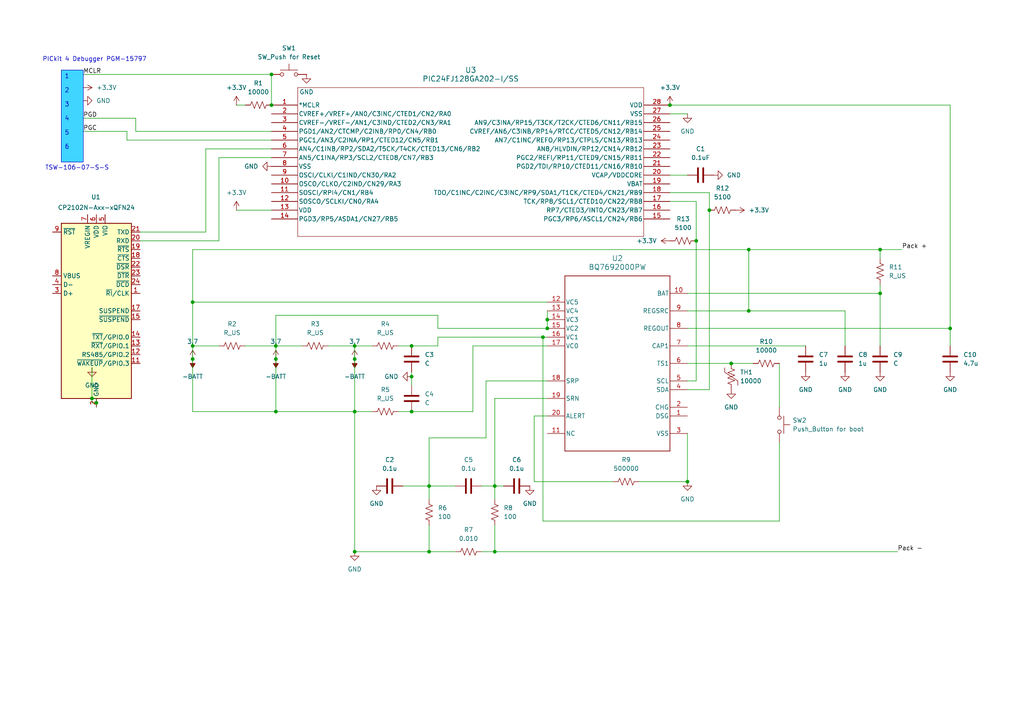
<source format=kicad_sch>
(kicad_sch (version 20231120) (generator "eeschema") (generator_version "8.0")
  (paper "A4")
  (title_block (title "BMS with PIC24 and BQ76920"))
  (lib_symbols
    (symbol "BMM:BQ7692000PW" (pin_names (offset 0.254))
      (property "Reference" "U" (at 0 2.54 0))
      (property "Value" "BQ7692000PW" (at 0 0 0))
      (symbol "BQ7692000PW_0_1"
        (polyline (pts (xy -15.24 -25.4) (xy 15.24 -25.4)) (stroke (width 0.2032)))
        (polyline (pts (xy -15.24 25.4) (xy -15.24 -25.4)) (stroke (width 0.2032)))
        (polyline (pts (xy 15.24 -25.4) (xy 15.24 25.4)) (stroke (width 0.2032)))
        (polyline (pts (xy 15.24 25.4) (xy -15.24 25.4)) (stroke (width 0.2032)))
        (pin output line (at 20.32 -15.24 180) (length 5.08) (name "DSG") (number "1"))
        (pin power_in line (at 20.32 20.32 180) (length 5.08) (name "BAT") (number "10"))
        (pin unspecified line (at -20.32 -20.32 0) (length 5.08) (name "NC") (number "11"))
        (pin input line (at -20.32 17.78 0) (length 5.08) (name "VC5") (number "12"))
        (pin input line (at -20.32 15.24 0) (length 5.08) (name "VC4") (number "13"))
        (pin input line (at -20.32 12.7 0) (length 5.08) (name "VC3") (number "14"))
        (pin input line (at -20.32 10.16 0) (length 5.08) (name "VC2") (number "15"))
        (pin input line (at -20.32 7.62 0) (length 5.08) (name "VC1") (number "16"))
        (pin input line (at -20.32 5.08 0) (length 5.08) (name "VC0") (number "17"))
        (pin input line (at -20.32 -5.08 0) (length 5.08) (name "SRP") (number "18"))
        (pin input line (at -20.32 -10.16 0) (length 5.08) (name "SRN") (number "19"))
        (pin output line (at 20.32 -12.7 180) (length 5.08) (name "CHG") (number "2"))
        (pin bidirectional line (at -20.32 -15.24 0) (length 5.08) (name "ALERT") (number "20"))
        (pin power_in line (at 20.32 -20.32 180) (length 5.08) (name "VSS") (number "3"))
        (pin bidirectional line (at 20.32 -7.62 180) (length 5.08) (name "SDA") (number "4"))
        (pin input line (at 20.32 -5.08 180) (length 5.08) (name "SCL") (number "5"))
        (pin input line (at 20.32 0 180) (length 5.08) (name "TS1") (number "6"))
        (pin output line (at 20.32 5.08 180) (length 5.08) (name "CAP1") (number "7"))
        (pin power_in line (at 20.32 10.16 180) (length 5.08) (name "REGOUT") (number "8"))
        (pin power_in line (at 20.32 15.24 180) (length 5.08) (name "REGSRC") (number "9"))
      )
    )
    (symbol "Device:C" (pin_numbers hide) (pin_names (offset 0.254))
      (property "Reference" "C" (at 0.635 2.54 0))
      (property "Value" "C" (at 0.635 -2.54 0))
      (symbol "C_0_1"
        (polyline (pts (xy -2.032 -0.762) (xy 2.032 -0.762)) (stroke (width 0.508)))
        (polyline (pts (xy -2.032 0.762) (xy 2.032 0.762)) (stroke (width 0.508)))
      )
      (symbol "C_1_1"
        (pin passive line (at 0 3.81 270) (length 2.794) (name "~") (number "1"))
        (pin passive line (at 0 -3.81 90) (length 2.794) (name "~") (number "2"))
      )
    )
    (symbol "Device:R_US" (pin_numbers hide) (pin_names (offset 0))
      (property "Reference" "R" (at 2.54 0 90))
      (property "Value" "R_US" (at -2.54 0 90))
      (symbol "R_US_0_1"
        (polyline (pts (xy 0 -2.286) (xy 0 -2.54)))
        (polyline (pts (xy 0 2.286) (xy 0 2.54)))
        (polyline (pts (xy 0 -0.762) (xy 1.016 -1.143) (xy 0 -1.524) (xy -1.016 -1.905) (xy 0 -2.286)))
        (polyline (pts (xy 0 0.762) (xy 1.016 0.381) (xy 0 0) (xy -1.016 -0.381) (xy 0 -0.762)))
        (polyline (pts (xy 0 2.286) (xy 1.016 1.905) (xy 0 1.524) (xy -1.016 1.143) (xy 0 0.762)))
      )
      (symbol "R_US_1_1"
        (pin passive line (at 0 3.81 270) (length 1.27) (name "~") (number "1"))
        (pin passive line (at 0 -3.81 90) (length 1.27) (name "~") (number "2"))
      )
    )
    (symbol "Device:Thermistor_US" (pin_numbers hide) (pin_names (offset 0))
      (property "Reference" "TH" (at 2.54 1.27 90))
      (property "Value" "Thermistor_US" (at -2.54 0 90))
      (symbol "Thermistor_US_0_1"
        (polyline (pts (xy 0 -2.286) (xy 0 -2.54)))
        (polyline (pts (xy 0 2.286) (xy 0 2.54)))
        (polyline (pts (xy 1.905 -1.27) (xy 1.905 -2.54)))
        (polyline (pts (xy -1.905 2.54) (xy -1.905 1.27) (xy 1.905 -1.27)))
        (polyline (pts (xy 0 -0.762) (xy 1.016 -1.143) (xy 0 -1.524) (xy -1.016 -1.905) (xy 0 -2.286)))
        (polyline (pts (xy 0 0.762) (xy 1.016 0.381) (xy 0 0) (xy -1.016 -0.381) (xy 0 -0.762)))
        (polyline (pts (xy 0 2.286) (xy 1.016 1.905) (xy 0 1.524) (xy -1.016 1.143) (xy 0 0.762)))
      )
      (symbol "Thermistor_US_1_1"
        (pin passive line (at 0 3.81 270) (length 1.27) (name "~") (number "1"))
        (pin passive line (at 0 -3.81 90) (length 1.27) (name "~") (number "2"))
      )
    )
    (symbol "Interface_USB:CP2102N-Axx-xQFN24"
      (property "Reference" "U" (at -8.89 26.67 0))
      (property "Value" "CP2102N-Axx-xQFN24" (at 13.97 26.67 0))
      (symbol "CP2102N-Axx-xQFN24_0_1"
        (rectangle (start -10.16 25.4) (end 10.16 -25.4) (stroke (width 0.254)) (fill (type background)))
      )
      (symbol "CP2102N-Axx-xQFN24_1_1"
        (pin bidirectional line (at 12.7 5.08 180) (length 2.54) (name "~{RI}/CLK") (number "1"))
        (pin no_connect line (at -10.16 -22.86 0) (length 2.54) hide (name "NC") (number "10"))
        (pin bidirectional line (at 12.7 -15.24 180) (length 2.54) (name "~{WAKEUP}/GPIO.3") (number "11"))
        (pin bidirectional line (at 12.7 -12.7 180) (length 2.54) (name "RS485/GPIO.2") (number "12"))
        (pin bidirectional line (at 12.7 -10.16 180) (length 2.54) (name "~{RXT}/GPIO.1") (number "13"))
        (pin bidirectional line (at 12.7 -7.62 180) (length 2.54) (name "~{TXT}/GPIO.0") (number "14"))
        (pin output line (at 12.7 -2.54 180) (length 2.54) (name "~{SUSPEND}") (number "15"))
        (pin no_connect line (at 10.16 -22.86 180) (length 2.54) hide (name "NC") (number "16"))
        (pin output line (at 12.7 0 180) (length 2.54) (name "SUSPEND") (number "17"))
        (pin input line (at 12.7 15.24 180) (length 2.54) (name "~{CTS}") (number "18"))
        (pin output line (at 12.7 17.78 180) (length 2.54) (name "~{RTS}") (number "19"))
        (pin power_in line (at 0 -27.94 90) (length 2.54) (name "GND") (number "2"))
        (pin input line (at 12.7 20.32 180) (length 2.54) (name "RXD") (number "20"))
        (pin output line (at 12.7 22.86 180) (length 2.54) (name "TXD") (number "21"))
        (pin input line (at 12.7 12.7 180) (length 2.54) (name "~{DSR}") (number "22"))
        (pin output line (at 12.7 10.16 180) (length 2.54) (name "~{DTR}") (number "23"))
        (pin input line (at 12.7 7.62 180) (length 2.54) (name "~{DCD}") (number "24"))
        (pin passive line (at 0 -27.94 90) (length 2.54) hide (name "GND") (number "25"))
        (pin bidirectional line (at -12.7 5.08 0) (length 2.54) (name "D+") (number "3"))
        (pin bidirectional line (at -12.7 7.62 0) (length 2.54) (name "D-") (number "4"))
        (pin power_in line (at 2.54 27.94 270) (length 2.54) (name "VIO") (number "5"))
        (pin power_in line (at 0 27.94 270) (length 2.54) (name "VDD") (number "6"))
        (pin power_in line (at -2.54 27.94 270) (length 2.54) (name "VREGIN") (number "7"))
        (pin input line (at -12.7 10.16 0) (length 2.54) (name "VBUS") (number "8"))
        (pin input line (at -12.7 22.86 0) (length 2.54) (name "~{RST}") (number "9"))
      )
    )
    (symbol "PIC24_Small:PIC24FJ128GA202-I_SS" (pin_names (offset 0.254))
      (property "Reference" "U" (at 111.76 10.16 0))
      (property "Value" "PIC24FJ128GA202-I/SS" (at 111.76 7.62 0))
      (symbol "PIC24FJ128GA202-I_SS_0_1"
        (polyline (pts (xy 7.62 -38.1) (xy 107.95 -38.1)) (stroke (width 0.127)))
        (polyline (pts (xy 7.62 5.08) (xy 7.62 -38.1)) (stroke (width 0.127)))
        (polyline (pts (xy 107.95 -38.1) (xy 107.95 5.08)) (stroke (width 0.127)))
        (polyline (pts (xy 107.95 5.08) (xy 7.62 5.08)) (stroke (width 0.127)))
        (pin bidirectional line (at 0 0 0) (length 7.62) (name "*MCLR") (number "1"))
        (pin bidirectional line (at 0 -22.86 0) (length 7.62) (name "OSCO/CLKO/C2IND/CN29/RA3") (number "10"))
        (pin bidirectional line (at 0 -25.4 0) (length 7.62) (name "SOSCI/RPI4/CN1/RB4") (number "11"))
        (pin bidirectional line (at 0 -27.94 0) (length 7.62) (name "SOSCO/SCLKI/CN0/RA4") (number "12"))
        (pin power_in line (at 0 -30.48 0) (length 7.62) (name "VDD") (number "13"))
        (pin bidirectional line (at 0 -33.02 0) (length 7.62) (name "PGD3/RP5/ASDA1/CN27/RB5") (number "14"))
        (pin bidirectional line (at 115.57 -33.02 180) (length 7.62) (name "PGC3/RP6/ASCL1/CN24/RB6") (number "15"))
        (pin bidirectional line (at 115.57 -30.48 180) (length 7.62) (name "RP7/CTED3/INT0/CN23/RB7") (number "16"))
        (pin bidirectional line (at 115.57 -27.94 180) (length 7.62) (name "TCK/RP8/SCL1/CTED10/CN22/RB8") (number "17"))
        (pin bidirectional line (at 115.57 -25.4 180) (length 7.62) (name "TDO/C1INC/C2INC/C3INC/RP9/SDA1/T1CK/CTED4/CN21/RB9") (number "18"))
        (pin power_in line (at 115.57 -22.86 180) (length 7.62) (name "VBAT") (number "19"))
        (pin bidirectional line (at 0 -2.54 0) (length 7.62) (name "CVREF+/VREF+/AN0/C3INC/CTED1/CN2/RA0") (number "2"))
        (pin power_in line (at 115.57 -20.32 180) (length 7.62) (name "VCAP/VDDCORE") (number "20"))
        (pin bidirectional line (at 115.57 -17.78 180) (length 7.62) (name "PGD2/TDI/RP10/CTED11/CN16/RB10") (number "21"))
        (pin bidirectional line (at 115.57 -15.24 180) (length 7.62) (name "PGC2/REFI/RP11/CTED9/CN15/RB11") (number "22"))
        (pin bidirectional line (at 115.57 -12.7 180) (length 7.62) (name "AN8/HLVDIN/RP12/CN14/RB12") (number "23"))
        (pin bidirectional line (at 115.57 -10.16 180) (length 7.62) (name "AN7/C1INC/REFO/RP13/CTPLS/CN13/RB13") (number "24"))
        (pin bidirectional line (at 115.57 -7.62 180) (length 7.62) (name "CVREF/AN6/C3INB/RP14/RTCC/CTED5/CN12/RB14") (number "25"))
        (pin bidirectional line (at 115.57 -5.08 180) (length 7.62) (name "AN9/C3INA/RP15/T3CK/T2CK/CTED6/CN11/RB15") (number "26"))
        (pin power_out line (at 115.57 -2.54 180) (length 7.62) (name "VSS") (number "27"))
        (pin power_in line (at 115.57 0 180) (length 7.62) (name "VDD") (number "28"))
        (pin bidirectional line (at 0 -5.08 0) (length 7.62) (name "CVREF-/VREF-/AN1/C3IND/CTED2/CN3/RA1") (number "3"))
        (pin bidirectional line (at 0 -7.62 0) (length 7.62) (name "PGD1/AN2/CTCMP/C2INB/RP0/CN4/RB0") (number "4"))
        (pin bidirectional line (at 0 -10.16 0) (length 7.62) (name "PGC1/AN3/C2INA/RP1/CTED12/CN5/RB1") (number "5"))
        (pin bidirectional line (at 0 -12.7 0) (length 7.62) (name "AN4/C1INB/RP2/SDA2/T5CK/T4CK/CTED13/CN6/RB2") (number "6"))
        (pin bidirectional line (at 0 -15.24 0) (length 7.62) (name "AN5/C1INA/RP3/SCL2/CTED8/CN7/RB3") (number "7"))
        (pin power_out line (at 0 -17.78 0) (length 7.62) (name "VSS") (number "8"))
        (pin bidirectional line (at 0 -20.32 0) (length 7.62) (name "OSCI/CLKI/C1IND/CN30/RA2") (number "9"))
      )
    )
    (symbol "Switch:SW_Push" (pin_numbers hide) (pin_names (offset 1.016) hide)
      (property "Reference" "SW" (at 1.27 2.54 0))
      (property "Value" "SW_Push" (at 0 -1.524 0))
      (symbol "SW_Push_0_1"
        (circle (center -2.032 0) (radius 0.508))
        (polyline (pts (xy 0 1.27) (xy 0 3.048)))
        (polyline (pts (xy 2.54 1.27) (xy -2.54 1.27)))
        (circle (center 2.032 0) (radius 0.508))
        (pin passive line (at -5.08 0 0) (length 2.54) (name "1") (number "1"))
        (pin passive line (at 5.08 0 180) (length 2.54) (name "2") (number "2"))
      )
    )
    (symbol "power:+3.3V" (power) (pin_numbers hide) (pin_names (offset 0) hide)
      (property "Value" "+3.3V" (at 0 3.556 0))
      (symbol "+3.3V_0_1"
        (polyline (pts (xy -0.762 1.27) (xy 0 2.54)))
        (polyline (pts (xy 0 0) (xy 0 2.54)))
        (polyline (pts (xy 0 2.54) (xy 0.762 1.27)))
      )
      (symbol "+3.3V_1_1"
        (pin power_in line (at 0 0 90) (length 0) (name "~") (number "1"))
      )
    )
    (symbol "power:+BATT" (power) (pin_numbers hide) (pin_names (offset 0) hide)
      (property "Value" "+BATT" (at 0 3.556 0))
      (symbol "+BATT_0_1"
        (polyline (pts (xy -0.762 1.27) (xy 0 2.54)))
        (polyline (pts (xy 0 0) (xy 0 2.54)))
        (polyline (pts (xy 0 2.54) (xy 0.762 1.27)))
      )
      (symbol "+BATT_1_1"
        (pin power_in line (at 0 0 90) (length 0) (name "~") (number "1"))
      )
    )
    (symbol "power:-BATT" (power) (pin_numbers hide) (pin_names (offset 0) hide)
      (property "Value" "-BATT" (at 0 3.556 0))
      (symbol "-BATT_0_1"
        (polyline (pts (xy 0 0) (xy 0 2.54)))
        (polyline (pts (xy 0.762 1.27) (xy -0.762 1.27) (xy 0 2.54) (xy 0.762 1.27)) (fill (type outline)))
      )
      (symbol "-BATT_1_1"
        (pin power_in line (at 0 0 90) (length 0) (name "~") (number "1"))
      )
    )
    (symbol "power:GND" (power) (pin_numbers hide) (pin_names (offset 0) hide)
      (property "Value" "GND" (at 0 -3.81 0))
      (symbol "GND_0_1"
        (polyline (pts (xy 0 0) (xy 0 -1.27) (xy 1.27 -1.27) (xy 0 -2.54) (xy -1.27 -1.27) (xy 0 -1.27)))
      )
      (symbol "GND_1_1"
        (pin power_in line (at 0 0 270) (length 0) (name "~") (number "1"))
      )
    )
  )
  (junction (at 143.51 160.02))
  (junction (at 212.09 105.41))
  (junction (at 27.94 116.84))
  (junction (at 80.01 119.38))
  (junction (at 80.01 104.14))
  (junction (at 26.67 115.57))
  (junction (at 119.38 100.33))
  (junction (at 143.51 140.97))
  (junction (at 158.75 95.25))
  (junction (at 55.88 104.14))
  (junction (at 205.74 60.96))
  (junction (at 102.87 160.02))
  (junction (at 157.48 97.79))
  (junction (at 124.46 160.02))
  (junction (at 119.38 109.22))
  (junction (at 275.59 95.25))
  (junction (at 102.87 104.14))
  (junction (at 217.17 90.17))
  (junction (at 102.87 119.38))
  (junction (at 78.74 30.48))
  (junction (at 55.88 87.63))
  (junction (at 124.46 140.97))
  (junction (at 119.38 119.38))
  (junction (at 194.31 30.48))
  (junction (at 255.27 85.09))
  (junction (at 78.74 21.59))
  (junction (at 199.39 139.7))
  (junction (at 255.27 72.39))
  (junction (at 158.75 92.71))
  (junction (at 201.93 69.85))
  (junction (at 217.17 72.39))
  (junction (at 102.87 100.33))
  (junction (at 55.88 100.33))
  (junction (at 80.01 100.33))
  (wire (pts (xy 143.51 160.02) (xy 260.35 160.02)))
  (wire (pts (xy 132.08 160.02) (xy 124.46 160.02)))
  (wire (pts (xy 201.93 110.49) (xy 201.93 69.85)))
  (wire (pts (xy 185.42 139.7) (xy 199.39 139.7)))
  (wire (pts (xy 102.87 100.33) (xy 102.87 104.14)))
  (wire (pts (xy 116.84 140.97) (xy 124.46 140.97)))
  (wire (pts (xy 55.88 87.63) (xy 55.88 100.33)))
  (wire (pts (xy 24.13 38.1) (xy 36.83 38.1)))
  (wire (pts (xy 194.31 33.02) (xy 199.39 33.02)))
  (wire (pts (xy 205.74 55.88) (xy 194.31 55.88)))
  (wire (pts (xy 199.39 105.41) (xy 212.09 105.41)))
  (wire (pts (xy 226.06 128.27) (xy 226.06 151.13)))
  (wire (pts (xy 199.39 90.17) (xy 217.17 90.17)))
  (wire (pts (xy 27.94 118.11) (xy 27.94 116.84)))
  (wire (pts (xy 137.16 100.33) (xy 158.75 100.33)))
  (wire (pts (xy 157.48 97.79) (xy 127 97.79)))
  (wire (pts (xy 102.87 119.38) (xy 80.01 119.38)))
  (wire (pts (xy 71.12 100.33) (xy 80.01 100.33)))
  (wire (pts (xy 55.88 72.39) (xy 55.88 87.63)))
  (wire (pts (xy 255.27 72.39) (xy 255.27 74.93)))
  (wire (pts (xy 127 100.33) (xy 119.38 100.33)))
  (wire (pts (xy 158.75 87.63) (xy 55.88 87.63)))
  (wire (pts (xy 27.94 116.84) (xy 27.94 115.57)))
  (wire (pts (xy 59.69 67.31) (xy 40.64 67.31)))
  (wire (pts (xy 158.75 95.25) (xy 127 95.25)))
  (wire (pts (xy 27.94 115.57) (xy 26.67 115.57)))
  (wire (pts (xy 158.75 97.79) (xy 157.48 97.79)))
  (wire (pts (xy 154.94 120.65) (xy 154.94 139.7)))
  (wire (pts (xy 124.46 140.97) (xy 132.08 140.97)))
  (wire (pts (xy 199.39 85.09) (xy 255.27 85.09)))
  (wire (pts (xy 59.69 43.18) (xy 59.69 67.31)))
  (wire (pts (xy 80.01 91.44) (xy 80.01 100.33)))
  (wire (pts (xy 194.31 50.8) (xy 199.39 50.8)))
  (wire (pts (xy 115.57 119.38) (xy 119.38 119.38)))
  (wire (pts (xy 102.87 160.02) (xy 124.46 160.02)))
  (wire (pts (xy 143.51 140.97) (xy 146.05 140.97)))
  (wire (pts (xy 68.58 60.96) (xy 78.74 60.96)))
  (wire (pts (xy 199.39 100.33) (xy 233.68 100.33)))
  (wire (pts (xy 27.94 116.84) (xy 26.67 116.84)))
  (wire (pts (xy 55.88 100.33) (xy 63.5 100.33)))
  (wire (pts (xy 63.5 45.72) (xy 63.5 69.85)))
  (wire (pts (xy 107.95 100.33) (xy 102.87 100.33)))
  (wire (pts (xy 205.74 60.96) (xy 205.74 55.88)))
  (wire (pts (xy 137.16 100.33) (xy 137.16 119.38)))
  (wire (pts (xy 36.83 38.1) (xy 36.83 40.64)))
  (wire (pts (xy 205.74 113.03) (xy 205.74 60.96)))
  (wire (pts (xy 78.74 21.59) (xy 78.74 30.48)))
  (wire (pts (xy 158.75 120.65) (xy 154.94 120.65)))
  (wire (pts (xy 157.48 151.13) (xy 157.48 97.79)))
  (wire (pts (xy 115.57 100.33) (xy 119.38 100.33)))
  (wire (pts (xy 80.01 104.14) (xy 80.01 119.38)))
  (wire (pts (xy 55.88 100.33) (xy 55.88 104.14)))
  (wire (pts (xy 245.11 100.33) (xy 245.11 90.17)))
  (wire (pts (xy 107.95 119.38) (xy 102.87 119.38)))
  (wire (pts (xy 275.59 95.25) (xy 275.59 30.48)))
  (wire (pts (xy 275.59 95.25) (xy 275.59 100.33)))
  (wire (pts (xy 158.75 90.17) (xy 158.75 92.71)))
  (wire (pts (xy 217.17 72.39) (xy 217.17 90.17)))
  (wire (pts (xy 80.01 100.33) (xy 80.01 104.14)))
  (wire (pts (xy 201.93 69.85) (xy 201.93 58.42)))
  (wire (pts (xy 201.93 58.42) (xy 194.31 58.42)))
  (wire (pts (xy 39.37 38.1) (xy 39.37 34.29)))
  (wire (pts (xy 158.75 110.49) (xy 140.97 110.49)))
  (wire (pts (xy 124.46 127) (xy 124.46 140.97)))
  (wire (pts (xy 39.37 38.1) (xy 78.74 38.1)))
  (wire (pts (xy 154.94 139.7) (xy 177.8 139.7)))
  (wire (pts (xy 255.27 82.55) (xy 255.27 85.09)))
  (wire (pts (xy 80.01 100.33) (xy 87.63 100.33)))
  (wire (pts (xy 68.58 30.48) (xy 71.12 30.48)))
  (wire (pts (xy 226.06 105.41) (xy 226.06 118.11)))
  (wire (pts (xy 199.39 139.7) (xy 199.39 125.73)))
  (wire (pts (xy 24.13 21.59) (xy 78.74 21.59)))
  (wire (pts (xy 102.87 104.14) (xy 102.87 119.38)))
  (wire (pts (xy 255.27 85.09) (xy 255.27 100.33)))
  (wire (pts (xy 140.97 110.49) (xy 140.97 127)))
  (wire (pts (xy 139.7 140.97) (xy 143.51 140.97)))
  (wire (pts (xy 245.11 90.17) (xy 217.17 90.17)))
  (wire (pts (xy 59.69 43.18) (xy 78.74 43.18)))
  (wire (pts (xy 158.75 92.71) (xy 158.75 95.25)))
  (wire (pts (xy 143.51 160.02) (xy 139.7 160.02)))
  (wire (pts (xy 217.17 72.39) (xy 255.27 72.39)))
  (wire (pts (xy 119.38 109.22) (xy 119.38 111.76)))
  (wire (pts (xy 158.75 115.57) (xy 143.51 115.57)))
  (wire (pts (xy 137.16 119.38) (xy 119.38 119.38)))
  (wire (pts (xy 39.37 34.29) (xy 24.13 34.29)))
  (wire (pts (xy 55.88 72.39) (xy 217.17 72.39)))
  (wire (pts (xy 127 95.25) (xy 127 91.44)))
  (wire (pts (xy 275.59 30.48) (xy 194.31 30.48)))
  (wire (pts (xy 127 91.44) (xy 80.01 91.44)))
  (wire (pts (xy 124.46 152.4) (xy 124.46 160.02)))
  (wire (pts (xy 212.09 105.41) (xy 218.44 105.41)))
  (wire (pts (xy 63.5 69.85) (xy 40.64 69.85)))
  (wire (pts (xy 63.5 45.72) (xy 78.74 45.72)))
  (wire (pts (xy 124.46 140.97) (xy 124.46 144.78)))
  (wire (pts (xy 127 97.79) (xy 127 100.33)))
  (wire (pts (xy 80.01 119.38) (xy 55.88 119.38)))
  (wire (pts (xy 226.06 151.13) (xy 157.48 151.13)))
  (wire (pts (xy 55.88 119.38) (xy 55.88 104.14)))
  (wire (pts (xy 199.39 110.49) (xy 201.93 110.49)))
  (wire (pts (xy 255.27 72.39) (xy 261.62 72.39)))
  (wire (pts (xy 102.87 119.38) (xy 102.87 160.02)))
  (wire (pts (xy 36.83 40.64) (xy 78.74 40.64)))
  (wire (pts (xy 199.39 95.25) (xy 275.59 95.25)))
  (wire (pts (xy 119.38 107.95) (xy 119.38 109.22)))
  (wire (pts (xy 143.51 152.4) (xy 143.51 160.02)))
  (wire (pts (xy 26.67 115.57) (xy 26.67 106.68)))
  (wire (pts (xy 26.67 116.84) (xy 26.67 115.57)))
  (wire (pts (xy 199.39 113.03) (xy 205.74 113.03)))
  (wire (pts (xy 140.97 127) (xy 124.46 127)))
  (wire (pts (xy 95.25 100.33) (xy 102.87 100.33)))
  (wire (pts (xy 143.51 115.57) (xy 143.51 140.97)))
  (wire (pts (xy 143.51 140.97) (xy 143.51 144.78)))
  (text_box "1\n\n2\n\n3\n\n4\n\n5\n\n6\n" (at 17.78 20.32 0) (size 6.35 26.67) (fill (type color) (color 63 213 255 1)) (effects (font (size 1.27 1.27)) (justify left top)))
  (text "TSW-106-07-S-S" (at 22.352 48.768 0) (effects (font (size 1.27 1.27))))
  (text "PICkit 4 Debugger PGM-15797" (at 27.432 17.272 0) (effects (font (size 1.27 1.27))))
  (label "MCLR" (at 24.13 21.59 0))
  (label "PGC" (at 24.13 38.1 0))
  (label "Pack -" (at 260.35 160.02 0))
  (label "PGD" (at 24.13 34.29 0))
  (label "Pack +" (at 261.62 72.39 0))
  (symbol (lib_id "Device:C") (at 119.38 115.57 0) (unit 1)
    (property "Reference" "C4" (at 123.19 114.2999 0) (effects (justify left)))
    (property "Value" "C" (at 123.19 116.8399 0) (effects (justify left)))
    (property "Description" "Unpolarized capacitor" (effects (hide yes)))
  )
  (symbol (lib_id "power:+3.3V") (at 194.31 69.85 90) (unit 1)
    (property "Reference" "#PWR027" (effects (hide yes)))
    (property "Value" "+3.3V" (at 190.5 69.8499 90) (effects (justify left)))
    (property "Description" "Power symbol creates a global label with name \"+3.3V\"" (effects (hide yes)))
  )
  (symbol (lib_id "power:+3.3V") (at 68.58 60.96 0) (unit 1)
    (property "Reference" "#PWR04" (effects (hide yes)))
    (property "Value" "+3.3V" (at 68.58 55.88 0))
    (property "Description" "Power symbol creates a global label with name \"+3.3V\"" (effects (hide yes)))
  )
  (symbol (lib_id "power:GND") (at 199.39 33.02 0) (unit 1)
    (property "Reference" "#PWR012" (effects (hide yes)))
    (property "Value" "GND" (at 199.39 38.1 0))
    (property "Description" "Power symbol creates a global label with name \"GND\" , ground" (effects (hide yes)))
  )
  (symbol (lib_id "Device:C") (at 275.59 104.14 0) (unit 1)
    (property "Reference" "C10" (at 279.4 102.8699 0) (effects (justify left)))
    (property "Value" "4.7u" (at 279.4 105.4099 0) (effects (justify left)))
    (property "Description" "Unpolarized capacitor" (effects (hide yes)))
  )
  (symbol (lib_id "power:GND") (at 275.59 107.95 0) (unit 1)
    (property "Reference" "#PWR026" (effects (hide yes)))
    (property "Value" "GND" (at 275.59 113.03 0))
    (property "Description" "Power symbol creates a global label with name \"GND\" , ground" (effects (hide yes)))
  )
  (symbol (lib_id "power:GND") (at 88.9 21.59 0) (unit 1)
    (property "Reference" "#PWR010" (effects (hide yes)))
    (property "Value" "GND" (at 88.9 26.67 0))
    (property "Description" "Power symbol creates a global label with name \"GND\" , ground" (effects (hide yes)))
  )
  (symbol (lib_id "power:GND") (at 212.09 113.03 0) (unit 1)
    (property "Reference" "#PWR022" (effects (hide yes)))
    (property "Value" "GND" (at 212.09 118.11 0))
    (property "Description" "Power symbol creates a global label with name \"GND\" , ground" (effects (hide yes)))
  )
  (symbol (lib_id "power:GND") (at 199.39 139.7 0) (unit 1)
    (property "Reference" "#PWR021" (effects (hide yes)))
    (property "Value" "GND" (at 199.39 144.78 0))
    (property "Description" "Power symbol creates a global label with name \"GND\" , ground" (effects (hide yes)))
  )
  (symbol (lib_id "power:GND") (at 102.87 160.02 0) (unit 1)
    (property "Reference" "#PWR017" (effects (hide yes)))
    (property "Value" "GND" (at 102.87 165.1 0))
    (property "Description" "Power symbol creates a global label with name \"GND\" , ground" (effects (hide yes)))
  )
  (symbol (lib_id "power:+3.3V") (at 213.36 60.96 270) (unit 1)
    (property "Reference" "#PWR028" (effects (hide yes)))
    (property "Value" "+3.3V" (at 217.17 60.9599 90) (effects (justify left)))
    (property "Description" "Power symbol creates a global label with name \"+3.3V\"" (effects (hide yes)))
  )
  (symbol (lib_id "power:GND") (at 207.01 50.8 90) (unit 1)
    (property "Reference" "#PWR06" (effects (hide yes)))
    (property "Value" "GND" (at 210.82 50.7999 90) (effects (justify right)))
    (property "Description" "Power symbol creates a global label with name \"GND\" , ground" (effects (hide yes)))
  )
  (symbol (lib_id "power:GND") (at 233.68 107.95 0) (unit 1)
    (property "Reference" "#PWR023" (effects (hide yes)))
    (property "Value" "GND" (at 233.68 113.03 0))
    (property "Description" "Power symbol creates a global label with name \"GND\" , ground" (effects (hide yes)))
  )
  (symbol (lib_id "power:GND") (at 153.67 140.97 0) (unit 1)
    (property "Reference" "#PWR020" (effects (hide yes)))
    (property "Value" "GND" (at 153.67 146.05 0))
    (property "Description" "Power symbol creates a global label with name \"GND\" , ground" (effects (hide yes)))
  )
  (symbol (lib_id "Device:R_US") (at 135.89 160.02 90) (unit 1)
    (property "Reference" "R7" (at 135.89 153.67 90))
    (property "Value" "0.010" (at 135.89 156.21 90))
    (property "Description" "Resistor, US symbol" (effects (hide yes)))
  )
  (symbol (lib_id "power:+3.3V") (at 68.58 30.48 0) (unit 1)
    (property "Reference" "#PWR05" (effects (hide yes)))
    (property "Value" "+3.3V" (at 68.58 25.4 0))
    (property "Description" "Power symbol creates a global label with name \"+3.3V\"" (effects (hide yes)))
  )
  (symbol (lib_id "Device:C") (at 245.11 104.14 180) (unit 1)
    (property "Reference" "C8" (at 248.92 102.8699 0) (effects (justify right)))
    (property "Value" "1u" (at 248.92 105.4099 0) (effects (justify right)))
    (property "Description" "Unpolarized capacitor" (effects (hide yes)))
  )
  (symbol (lib_id "Device:R_US") (at 143.51 148.59 0) (unit 1)
    (property "Reference" "R8" (at 146.05 147.3199 0) (effects (justify left)))
    (property "Value" "100" (at 146.05 149.8599 0) (effects (justify left)))
    (property "Description" "Resistor, US symbol" (effects (hide yes)))
  )
  (symbol (lib_id "Device:R_US") (at 67.31 100.33 90) (unit 1)
    (property "Reference" "R2" (at 67.31 93.98 90))
    (property "Value" "R_US" (at 67.31 96.52 90))
    (property "Description" "Resistor, US symbol" (effects (hide yes)))
  )
  (symbol (lib_id "power:GND") (at 245.11 107.95 0) (unit 1)
    (property "Reference" "#PWR024" (effects (hide yes)))
    (property "Value" "GND" (at 245.11 113.03 0))
    (property "Description" "Power symbol creates a global label with name \"GND\" , ground" (effects (hide yes)))
  )
  (symbol (lib_id "power:+3.3V") (at 194.31 30.48 0) (unit 1)
    (property "Reference" "#PWR011" (effects (hide yes)))
    (property "Value" "+3.3V" (at 194.31 25.4 0))
    (property "Description" "Power symbol creates a global label with name \"+3.3V\"" (effects (hide yes)))
  )
  (symbol (lib_id "Device:Thermistor_US") (at 212.09 109.22 0) (unit 1)
    (property "Reference" "TH1" (at 214.63 107.9499 0) (effects (justify left)))
    (property "Value" "10000" (at 214.63 110.4899 0) (effects (justify left)))
    (property "Description" "Thermistor, temperature dependent resistor, US symbol" (effects (hide yes)))
  )
  (symbol (lib_id "Switch:SW_Push") (at 226.06 123.19 270) (unit 1)
    (property "Reference" "SW2" (at 229.87 121.9199 90) (effects (justify left)))
    (property "Value" "Push_Button for boot" (at 229.87 124.4599 90) (effects (justify left)))
    (property "Description" "Push button switch, generic, two pins" (effects (hide yes)))
  )
  (symbol (lib_id "power:GND") (at 24.13 29.21 90) (unit 1)
    (property "Reference" "#PWR02" (effects (hide yes)))
    (property "Value" "GND" (at 27.94 29.2099 90) (effects (justify right)))
    (property "Description" "Power symbol creates a global label with name \"GND\" , ground" (effects (hide yes)))
  )
  (symbol (lib_id "Device:R_US") (at 91.44 100.33 90) (unit 1)
    (property "Reference" "R3" (at 91.44 93.98 90))
    (property "Value" "R_US" (at 91.44 96.52 90))
    (property "Description" "Resistor, US symbol" (effects (hide yes)))
  )
  (symbol (lib_id "power:GND") (at 119.38 109.22 270) (unit 1)
    (property "Reference" "#PWR019" (effects (hide yes)))
    (property "Value" "GND" (at 115.57 109.2199 90) (effects (justify right)))
    (property "Description" "Power symbol creates a global label with name \"GND\" , ground" (effects (hide yes)))
  )
  (symbol (lib_id "power:+3.3V") (at 24.13 25.4 270) (unit 1)
    (property "Reference" "#PWR01" (effects (hide yes)))
    (property "Value" "+3.3V" (at 27.94 25.3999 90) (effects (justify left)))
    (property "Description" "Power symbol creates a global label with name \"+3.3V\"" (effects (hide yes)))
  )
  (symbol (lib_id "Device:R_US") (at 181.61 139.7 90) (unit 1)
    (property "Reference" "R9" (at 181.61 133.35 90))
    (property "Value" "500000" (at 181.61 135.89 90))
    (property "Description" "Resistor, US symbol" (effects (hide yes)))
  )
  (symbol (lib_id "Device:R_US") (at 198.12 69.85 90) (unit 1)
    (property "Reference" "R13" (at 198.12 63.5 90))
    (property "Value" "5100" (at 198.12 66.04 90))
    (property "Description" "Resistor, US symbol" (effects (hide yes)))
  )
  (symbol (lib_id "power:-BATT") (at 80.01 104.14 180) (unit 1)
    (property "Reference" "#PWR013" (effects (hide yes)))
    (property "Value" "-BATT" (at 80.01 109.22 0))
    (property "Description" "Power symbol creates a global label with name \"-BATT\"" (effects (hide yes)))
  )
  (symbol (lib_id "Device:C") (at 255.27 104.14 0) (unit 1)
    (property "Reference" "C9" (at 259.08 102.8699 0) (effects (justify left)))
    (property "Value" "C" (at 259.08 105.4099 0) (effects (justify left)))
    (property "Description" "Unpolarized capacitor" (effects (hide yes)))
  )
  (symbol (lib_id "Device:C") (at 119.38 104.14 0) (unit 1)
    (property "Reference" "C3" (at 123.19 102.8699 0) (effects (justify left)))
    (property "Value" "C" (at 123.19 105.4099 0) (effects (justify left)))
    (property "Description" "Unpolarized capacitor" (effects (hide yes)))
  )
  (symbol (lib_id "power:-BATT") (at 102.87 104.14 180) (unit 1)
    (property "Reference" "#PWR015" (effects (hide yes)))
    (property "Value" "-BATT" (at 102.87 109.22 0))
    (property "Description" "Power symbol creates a global label with name \"-BATT\"" (effects (hide yes)))
  )
  (symbol (lib_id "Device:R_US") (at 222.25 105.41 90) (unit 1)
    (property "Reference" "R10" (at 222.25 99.06 90))
    (property "Value" "10000" (at 222.25 101.6 90))
    (property "Description" "Resistor, US symbol" (effects (hide yes)))
  )
  (symbol (lib_id "Device:C") (at 149.86 140.97 270) (mirror x) (unit 1)
    (property "Reference" "C6" (at 149.86 133.35 90))
    (property "Value" "0.1u" (at 149.86 135.89 90))
    (property "Description" "Unpolarized capacitor" (effects (hide yes)))
  )
  (symbol (lib_id "Device:R_US") (at 209.55 60.96 90) (unit 1)
    (property "Reference" "R12" (at 209.55 54.61 90))
    (property "Value" "5100" (at 209.55 57.15 90))
    (property "Description" "Resistor, US symbol" (effects (hide yes)))
  )
  (symbol (lib_id "power:GND") (at 78.74 48.26 270) (unit 1)
    (property "Reference" "#PWR07" (effects (hide yes)))
    (property "Value" "GND" (at 74.93 48.2599 90) (effects (justify right)))
    (property "Description" "Power symbol creates a global label with name \"GND\" , ground" (effects (hide yes)))
  )
  (symbol (lib_id "Interface_USB:CP2102N-Axx-xQFN24") (at 27.94 90.17 0) (unit 1)
    (property "Reference" "U1" (at 26.416 57.15 0) (effects (justify left)))
    (property "Value" "CP2102N-Axx-xQFN24" (at 16.764 60.198 0) (effects (justify left)))
    (property "Footprint" "Package_DFN_QFN:QFN-24-1EP_4x4mm_P0.5mm_EP2.6x2.6mm" (effects (hide yes)))
    (property "Datasheet" "https://www.silabs.com/documents/public/data-sheets/cp2102n-datasheet.pdf" (effects (hide yes)))
    (property "Description" "USB to UART master bridge, QFN-24" (effects (hide yes)))
  )
  (symbol (lib_id "Device:C") (at 203.2 50.8 90) (unit 1)
    (property "Reference" "C1" (at 203.2 43.18 90))
    (property "Value" "0.1uF" (at 203.2 45.72 90))
    (property "Description" "Unpolarized capacitor" (effects (hide yes)))
  )
  (symbol (lib_id "Device:R_US") (at 74.93 30.48 90) (unit 1)
    (property "Reference" "R1" (at 74.93 24.13 90))
    (property "Value" "10000" (at 74.93 26.67 90))
    (property "Description" "Resistor, US symbol" (effects (hide yes)))
  )
  (symbol (lib_id "power:GND") (at 26.67 106.68 0) (unit 1)
    (property "Reference" "#PWR03" (effects (hide yes)))
    (property "Value" "GND" (at 26.67 111.76 0))
    (property "Description" "Power symbol creates a global label with name \"GND\" , ground" (effects (hide yes)))
  )
  (symbol (lib_id "power:GND") (at 109.22 140.97 0) (unit 1)
    (property "Reference" "#PWR018" (effects (hide yes)))
    (property "Value" "GND" (at 109.22 146.05 0))
    (property "Description" "Power symbol creates a global label with name \"GND\" , ground" (effects (hide yes)))
  )
  (symbol (lib_id "Device:R_US") (at 111.76 100.33 90) (unit 1)
    (property "Reference" "R4" (at 111.76 93.98 90))
    (property "Value" "R_US" (at 111.76 96.52 90))
    (property "Description" "Resistor, US symbol" (effects (hide yes)))
  )
  (symbol (lib_id "Device:C") (at 135.89 140.97 90) (unit 1)
    (property "Reference" "C5" (at 135.89 133.35 90))
    (property "Value" "0.1u" (at 135.89 135.89 90))
    (property "Description" "Unpolarized capacitor" (effects (hide yes)))
  )
  (symbol (lib_id "power:+BATT") (at 102.87 104.14 0) (unit 1)
    (property "Reference" "#PWR016" (effects (hide yes)))
    (property "Value" "3.7" (at 102.87 99.06 0))
    (property "Description" "Power symbol creates a global label with name \"+BATT\"" (effects (hide yes)))
  )
  (symbol (lib_id "Device:C") (at 233.68 104.14 180) (unit 1)
    (property "Reference" "C7" (at 237.49 102.8699 0) (effects (justify right)))
    (property "Value" "1u" (at 237.49 105.4099 0) (effects (justify right)))
    (property "Description" "Unpolarized capacitor" (effects (hide yes)))
  )
  (symbol (lib_id "Device:R_US") (at 255.27 78.74 180) (unit 1)
    (property "Reference" "R11" (at 257.81 77.4699 0) (effects (justify right)))
    (property "Value" "R_US" (at 257.81 80.0099 0) (effects (justify right)))
    (property "Description" "Resistor, US symbol" (effects (hide yes)))
  )
  (symbol (lib_id "power:-BATT") (at 55.88 104.14 180) (unit 1)
    (property "Reference" "#PWR08" (effects (hide yes)))
    (property "Value" "-BATT" (at 55.88 109.22 0))
    (property "Description" "Power symbol creates a global label with name \"-BATT\"" (effects (hide yes)))
  )
  (symbol (lib_id "power:GND") (at 255.27 107.95 0) (unit 1)
    (property "Reference" "#PWR025" (effects (hide yes)))
    (property "Value" "GND" (at 255.27 113.03 0))
    (property "Description" "Power symbol creates a global label with name \"GND\" , ground" (effects (hide yes)))
  )
  (symbol (lib_id "power:+BATT") (at 80.01 104.14 0) (unit 1)
    (property "Reference" "#PWR014" (effects (hide yes)))
    (property "Value" "3.7" (at 80.01 99.06 0))
    (property "Description" "Power symbol creates a global label with name \"+BATT\"" (effects (hide yes)))
  )
  (symbol (lib_id "BMM:BQ7692000PW") (at 179.07 105.41 0) (unit 1)
    (property "Reference" "U2" (at 179.07 74.93 0) (effects (font (size 1.524 1.524))))
    (property "Value" "BQ7692000PW" (at 179.07 77.47 0) (effects (font (size 1.524 1.524))))
    (property "Footprint" "PW0020A_N" (effects (hide yes)))
    (property "Datasheet" "BQ7692000PW" (effects (hide yes)))
  )
  (symbol (lib_id "Device:R_US") (at 111.76 119.38 90) (unit 1)
    (property "Reference" "R5" (at 111.76 113.03 90))
    (property "Value" "R_US" (at 111.76 115.57 90))
    (property "Description" "Resistor, US symbol" (effects (hide yes)))
  )
  (symbol (lib_id "PIC24_Small:PIC24FJ128GA202-I_SS") (at 78.74 30.48 0) (unit 1)
    (property "Reference" "U3" (at 136.525 20.32 0) (effects (font (size 1.524 1.524))))
    (property "Value" "PIC24FJ128GA202-I/SS" (at 136.525 22.86 0) (effects (font (size 1.524 1.524))))
    (property "Footprint" "SSOP28_MC_MCH" (effects (hide yes)))
    (property "Datasheet" "PIC24FJ128GA202-I/SS" (effects (hide yes)))
  )
  (symbol (lib_id "Device:C") (at 113.03 140.97 90) (unit 1)
    (property "Reference" "C2" (at 113.03 133.35 90))
    (property "Value" "0.1u" (at 113.03 135.89 90))
    (property "Description" "Unpolarized capacitor" (effects (hide yes)))
  )
  (symbol (lib_id "power:+BATT") (at 55.88 104.14 0) (unit 1)
    (property "Reference" "#PWR09" (effects (hide yes)))
    (property "Value" "3.7" (at 55.88 99.06 0))
    (property "Description" "Power symbol creates a global label with name \"+BATT\"" (effects (hide yes)))
  )
  (symbol (lib_id "Device:R_US") (at 124.46 148.59 0) (unit 1)
    (property "Reference" "R6" (at 127 147.3199 0) (effects (justify left)))
    (property "Value" "100" (at 127 149.8599 0) (effects (justify left)))
    (property "Description" "Resistor, US symbol" (effects (hide yes)))
  )
  (symbol (lib_id "Switch:SW_Push") (at 83.82 21.59 0) (unit 1)
    (property "Reference" "SW1" (at 83.82 13.97 0))
    (property "Value" "SW_Push for Reset" (at 83.82 16.51 0))
    (property "Description" "Push button switch, generic, two pins" (effects (hide yes)))
  )
)
</source>
